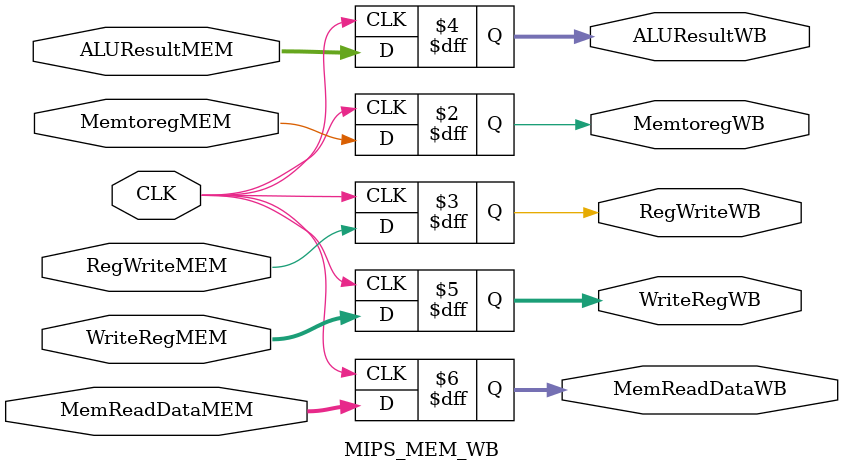
<source format=v>
`timescale 1ns / 1ps

// Revision: 
// Revision 0.01 - File Created
// Additional Comments: 
//////////////////////////////////////MEM_WB REGISTER//////////////////////////////////////////////
module MIPS_MEM_WB(
	input   CLK,			//INPUT CLOCK
	input 	MemtoregMEM,
	input 	RegWriteMEM,	
	input 	[31:0]ALUResultMEM,
	input 	[4:0]WriteRegMEM,
	input	[31:0]MemReadDataMEM,
	output	reg 	MemtoregWB,
	output	reg 	RegWriteWB,	
	output	reg 	[31:0]ALUResultWB,
	output	reg 	[4:0]WriteRegWB,
	output	reg	[31:0]MemReadDataWB
);
	//At ClockEdge Write the contents to MEM/WB Register
	always @(posedge CLK)
	begin
		MemtoregWB <= MemtoregMEM;
		RegWriteWB <= RegWriteMEM;
		ALUResultWB <= ALUResultMEM;
		WriteRegWB <= WriteRegMEM;
		MemReadDataWB <= MemReadDataMEM;
	end

	
endmodule

</source>
